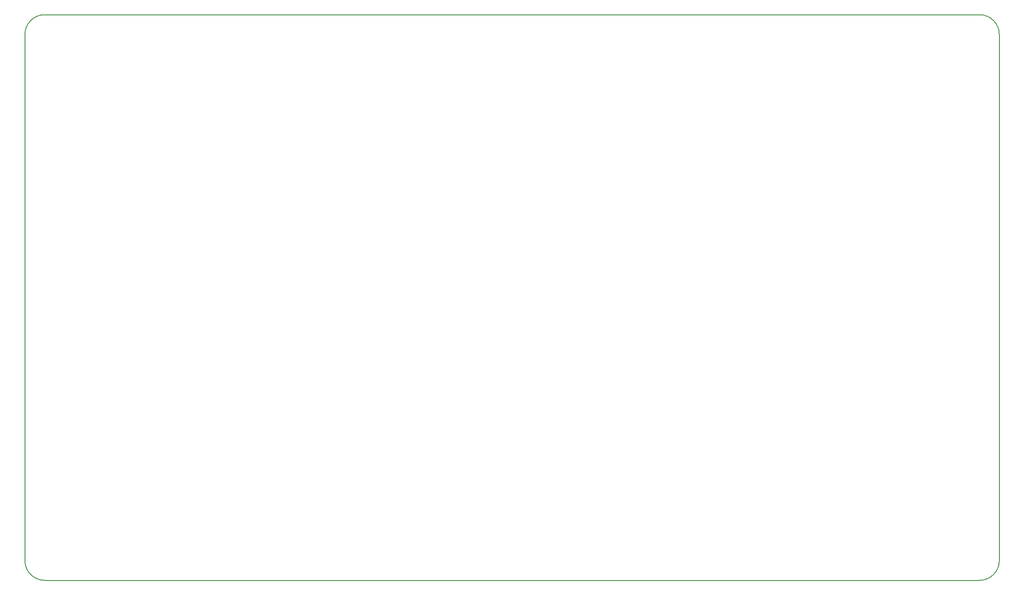
<source format=gbr>
G04 #@! TF.GenerationSoftware,KiCad,Pcbnew,(6.0.1)*
G04 #@! TF.CreationDate,2022-04-05T13:54:26+01:00*
G04 #@! TF.ProjectId,Keyboard Right Hand Side,4b657962-6f61-4726-9420-526967687420,rev?*
G04 #@! TF.SameCoordinates,Original*
G04 #@! TF.FileFunction,Profile,NP*
%FSLAX46Y46*%
G04 Gerber Fmt 4.6, Leading zero omitted, Abs format (unit mm)*
G04 Created by KiCad (PCBNEW (6.0.1)) date 2022-04-05 13:54:26*
%MOMM*%
%LPD*%
G01*
G04 APERTURE LIST*
G04 #@! TA.AperFunction,Profile*
%ADD10C,0.200000*%
G04 #@! TD*
G04 APERTURE END LIST*
D10*
X264793323Y-41276677D02*
G75*
G03*
X260983323Y-37466677I-3809999J1D01*
G01*
X260983323Y-146683323D02*
G75*
G03*
X264793323Y-142873323I1J3809999D01*
G01*
X80646677Y-37466677D02*
X260983323Y-37466677D01*
X76836677Y-142873323D02*
X76836677Y-41276677D01*
X260983323Y-146683323D02*
X80646677Y-146683323D01*
X80646677Y-37466677D02*
G75*
G03*
X76836677Y-41276677I-1J-3809999D01*
G01*
X76836677Y-142873323D02*
G75*
G03*
X80646677Y-146683323I3809999J-1D01*
G01*
X264793323Y-41276677D02*
X264793323Y-142873323D01*
M02*

</source>
